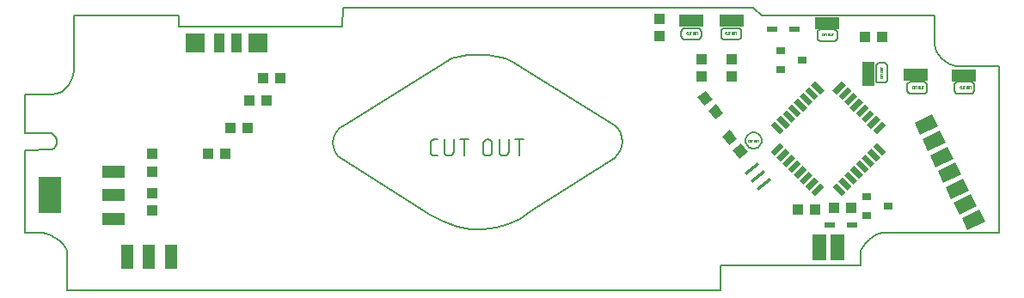
<source format=gtp>
G75*
%MOIN*%
%OFA0B0*%
%FSLAX25Y25*%
%IPPOS*%
%LPD*%
%AMOC8*
5,1,8,0,0,1.08239X$1,22.5*
%
%ADD10C,0.00600*%
%ADD11C,0.00500*%
%ADD12C,0.00800*%
%ADD13C,0.00000*%
%ADD14R,0.03937X0.04331*%
%ADD15R,0.04252X0.04134*%
%ADD16R,0.04331X0.03937*%
%ADD17R,0.08800X0.04800*%
%ADD18R,0.08661X0.14173*%
%ADD19R,0.03543X0.03150*%
%ADD20R,0.09500X0.04500*%
%ADD21R,0.05400X0.10000*%
%ADD22R,0.04500X0.09500*%
%ADD23R,0.05157X0.07598*%
%ADD24R,0.04134X0.07677*%
%ADD25R,0.07677X0.07677*%
%ADD26R,0.05000X0.02200*%
%ADD27R,0.02200X0.05000*%
%ADD28R,0.06299X0.01181*%
%ADD29R,0.03937X0.02362*%
D10*
X0017703Y0038877D02*
X0017703Y0053068D01*
X0017473Y0054223D01*
X0016826Y0055511D01*
X0015826Y0056843D01*
X0014540Y0058131D01*
X0013031Y0059287D01*
X0011367Y0060221D01*
X0009609Y0060847D01*
X0007826Y0061075D01*
X0001300Y0061075D01*
X0001300Y0093285D01*
X0011489Y0093363D01*
X0012380Y0093845D01*
X0013016Y0094600D01*
X0013395Y0095536D01*
X0013520Y0096561D01*
X0013391Y0097585D01*
X0013008Y0098513D01*
X0012374Y0099256D01*
X0011489Y0099720D01*
X0001300Y0099735D01*
X0001300Y0114803D02*
X0011489Y0114803D01*
X0013651Y0115090D01*
X0015486Y0115887D01*
X0017005Y0117096D01*
X0018220Y0118620D01*
X0019144Y0120362D01*
X0019789Y0122225D01*
X0020167Y0124111D01*
X0020291Y0125924D01*
X0020291Y0145461D01*
X0060762Y0145461D02*
X0060762Y0141013D01*
X0124178Y0141164D01*
X0124439Y0148568D01*
X0283611Y0148568D01*
X0286803Y0145461D01*
X0353849Y0145461D01*
X0353872Y0134183D01*
X0354104Y0132969D01*
X0354668Y0131631D01*
X0355516Y0130256D01*
X0356599Y0128933D01*
X0357869Y0127750D01*
X0359276Y0126796D01*
X0360773Y0126160D01*
X0362309Y0125929D01*
X0362585Y0125935D01*
X0378794Y0125924D01*
X0378794Y0061075D01*
X0333600Y0061075D01*
X0332610Y0060907D01*
X0331351Y0060421D01*
X0329946Y0059641D01*
X0328519Y0058595D01*
X0327194Y0057307D01*
X0326094Y0055804D01*
X0325344Y0054111D01*
X0325066Y0052254D01*
X0325066Y0048361D01*
X0270858Y0048361D01*
X0270858Y0038877D01*
X0017703Y0038877D01*
X0122690Y0090966D02*
X0124225Y0089783D01*
X0158265Y0068189D01*
X0163523Y0065449D01*
X0168754Y0063607D01*
X0173919Y0062628D01*
X0178974Y0062478D01*
X0183880Y0063119D01*
X0188596Y0064518D01*
X0193079Y0066639D01*
X0197289Y0069447D01*
X0229895Y0090159D01*
X0230978Y0091402D01*
X0231843Y0092915D01*
X0232442Y0094612D01*
X0232729Y0096404D01*
X0232659Y0098204D01*
X0232183Y0099923D01*
X0231257Y0101475D01*
X0229833Y0102771D01*
X0190100Y0127595D01*
X0187592Y0128804D01*
X0184372Y0129643D01*
X0180700Y0130126D01*
X0176836Y0130263D01*
X0173041Y0130067D01*
X0169574Y0129549D01*
X0166698Y0128721D01*
X0164671Y0127595D01*
X0125405Y0103236D01*
X0123317Y0101738D01*
X0121857Y0099993D01*
X0120989Y0098097D01*
X0120674Y0096150D01*
X0120878Y0094247D01*
X0121562Y0092486D01*
X0122690Y0090966D01*
X0158497Y0092431D02*
X0158497Y0095986D01*
X0158499Y0096060D01*
X0158505Y0096135D01*
X0158515Y0096208D01*
X0158528Y0096282D01*
X0158545Y0096354D01*
X0158567Y0096425D01*
X0158591Y0096496D01*
X0158620Y0096564D01*
X0158652Y0096632D01*
X0158688Y0096697D01*
X0158726Y0096760D01*
X0158769Y0096822D01*
X0158814Y0096881D01*
X0158862Y0096937D01*
X0158913Y0096992D01*
X0158967Y0097043D01*
X0159024Y0097091D01*
X0159083Y0097136D01*
X0159145Y0097179D01*
X0159208Y0097217D01*
X0159273Y0097253D01*
X0159341Y0097285D01*
X0159409Y0097314D01*
X0159480Y0097338D01*
X0159551Y0097360D01*
X0159623Y0097377D01*
X0159697Y0097390D01*
X0159770Y0097400D01*
X0159845Y0097406D01*
X0159919Y0097408D01*
X0161341Y0097408D01*
X0163846Y0097408D02*
X0163846Y0092786D01*
X0163848Y0092703D01*
X0163854Y0092620D01*
X0163864Y0092537D01*
X0163877Y0092454D01*
X0163895Y0092373D01*
X0163916Y0092292D01*
X0163941Y0092213D01*
X0163970Y0092135D01*
X0164002Y0092058D01*
X0164038Y0091983D01*
X0164077Y0091909D01*
X0164120Y0091838D01*
X0164166Y0091768D01*
X0164216Y0091701D01*
X0164268Y0091636D01*
X0164323Y0091574D01*
X0164382Y0091514D01*
X0164443Y0091457D01*
X0164506Y0091403D01*
X0164572Y0091352D01*
X0164641Y0091305D01*
X0164711Y0091260D01*
X0164784Y0091219D01*
X0164858Y0091182D01*
X0164934Y0091147D01*
X0165012Y0091117D01*
X0165090Y0091090D01*
X0165171Y0091067D01*
X0165252Y0091047D01*
X0165334Y0091032D01*
X0165416Y0091020D01*
X0165499Y0091012D01*
X0165582Y0091008D01*
X0165666Y0091008D01*
X0165749Y0091012D01*
X0165832Y0091020D01*
X0165914Y0091032D01*
X0165996Y0091047D01*
X0166077Y0091067D01*
X0166158Y0091090D01*
X0166236Y0091117D01*
X0166314Y0091147D01*
X0166390Y0091182D01*
X0166464Y0091219D01*
X0166537Y0091260D01*
X0166607Y0091305D01*
X0166676Y0091352D01*
X0166742Y0091403D01*
X0166805Y0091457D01*
X0166866Y0091514D01*
X0166925Y0091574D01*
X0166980Y0091636D01*
X0167032Y0091701D01*
X0167082Y0091768D01*
X0167128Y0091838D01*
X0167171Y0091909D01*
X0167210Y0091983D01*
X0167246Y0092058D01*
X0167278Y0092135D01*
X0167307Y0092213D01*
X0167332Y0092292D01*
X0167353Y0092373D01*
X0167371Y0092454D01*
X0167384Y0092537D01*
X0167394Y0092620D01*
X0167400Y0092703D01*
X0167402Y0092786D01*
X0167401Y0092786D02*
X0167401Y0097408D01*
X0169795Y0097408D02*
X0173350Y0097408D01*
X0171573Y0097408D02*
X0171573Y0091008D01*
X0178821Y0092786D02*
X0178821Y0095631D01*
X0178820Y0095631D02*
X0178822Y0095714D01*
X0178828Y0095797D01*
X0178838Y0095880D01*
X0178851Y0095963D01*
X0178869Y0096044D01*
X0178890Y0096125D01*
X0178915Y0096204D01*
X0178944Y0096282D01*
X0178976Y0096359D01*
X0179012Y0096434D01*
X0179051Y0096508D01*
X0179094Y0096579D01*
X0179140Y0096649D01*
X0179190Y0096716D01*
X0179242Y0096781D01*
X0179297Y0096843D01*
X0179356Y0096903D01*
X0179417Y0096960D01*
X0179480Y0097014D01*
X0179546Y0097065D01*
X0179615Y0097112D01*
X0179685Y0097157D01*
X0179758Y0097198D01*
X0179832Y0097235D01*
X0179908Y0097270D01*
X0179986Y0097300D01*
X0180064Y0097327D01*
X0180145Y0097350D01*
X0180226Y0097370D01*
X0180308Y0097385D01*
X0180390Y0097397D01*
X0180473Y0097405D01*
X0180556Y0097409D01*
X0180640Y0097409D01*
X0180723Y0097405D01*
X0180806Y0097397D01*
X0180888Y0097385D01*
X0180970Y0097370D01*
X0181051Y0097350D01*
X0181132Y0097327D01*
X0181210Y0097300D01*
X0181288Y0097270D01*
X0181364Y0097235D01*
X0181438Y0097198D01*
X0181511Y0097157D01*
X0181581Y0097112D01*
X0181650Y0097065D01*
X0181716Y0097014D01*
X0181779Y0096960D01*
X0181840Y0096903D01*
X0181899Y0096843D01*
X0181954Y0096781D01*
X0182006Y0096716D01*
X0182056Y0096649D01*
X0182102Y0096579D01*
X0182145Y0096508D01*
X0182184Y0096434D01*
X0182220Y0096359D01*
X0182252Y0096282D01*
X0182281Y0096204D01*
X0182306Y0096125D01*
X0182327Y0096044D01*
X0182345Y0095963D01*
X0182358Y0095880D01*
X0182368Y0095797D01*
X0182374Y0095714D01*
X0182376Y0095631D01*
X0182376Y0092786D01*
X0182374Y0092703D01*
X0182368Y0092620D01*
X0182358Y0092537D01*
X0182345Y0092454D01*
X0182327Y0092373D01*
X0182306Y0092292D01*
X0182281Y0092213D01*
X0182252Y0092135D01*
X0182220Y0092058D01*
X0182184Y0091983D01*
X0182145Y0091909D01*
X0182102Y0091838D01*
X0182056Y0091768D01*
X0182006Y0091701D01*
X0181954Y0091636D01*
X0181899Y0091574D01*
X0181840Y0091514D01*
X0181779Y0091457D01*
X0181716Y0091403D01*
X0181650Y0091352D01*
X0181581Y0091305D01*
X0181511Y0091260D01*
X0181438Y0091219D01*
X0181364Y0091182D01*
X0181288Y0091147D01*
X0181210Y0091117D01*
X0181132Y0091090D01*
X0181051Y0091067D01*
X0180970Y0091047D01*
X0180888Y0091032D01*
X0180806Y0091020D01*
X0180723Y0091012D01*
X0180640Y0091008D01*
X0180556Y0091008D01*
X0180473Y0091012D01*
X0180390Y0091020D01*
X0180308Y0091032D01*
X0180226Y0091047D01*
X0180145Y0091067D01*
X0180064Y0091090D01*
X0179986Y0091117D01*
X0179908Y0091147D01*
X0179832Y0091182D01*
X0179758Y0091219D01*
X0179685Y0091260D01*
X0179615Y0091305D01*
X0179546Y0091352D01*
X0179480Y0091403D01*
X0179417Y0091457D01*
X0179356Y0091514D01*
X0179297Y0091574D01*
X0179242Y0091636D01*
X0179190Y0091701D01*
X0179140Y0091768D01*
X0179094Y0091838D01*
X0179051Y0091909D01*
X0179012Y0091983D01*
X0178976Y0092058D01*
X0178944Y0092135D01*
X0178915Y0092213D01*
X0178890Y0092292D01*
X0178869Y0092373D01*
X0178851Y0092454D01*
X0178838Y0092537D01*
X0178828Y0092620D01*
X0178822Y0092703D01*
X0178820Y0092786D01*
X0185180Y0092786D02*
X0185180Y0097408D01*
X0188735Y0097408D02*
X0188735Y0092786D01*
X0188736Y0092786D02*
X0188734Y0092703D01*
X0188728Y0092620D01*
X0188718Y0092537D01*
X0188705Y0092454D01*
X0188687Y0092373D01*
X0188666Y0092292D01*
X0188641Y0092213D01*
X0188612Y0092135D01*
X0188580Y0092058D01*
X0188544Y0091983D01*
X0188505Y0091909D01*
X0188462Y0091838D01*
X0188416Y0091768D01*
X0188366Y0091701D01*
X0188314Y0091636D01*
X0188259Y0091574D01*
X0188200Y0091514D01*
X0188139Y0091457D01*
X0188076Y0091403D01*
X0188010Y0091352D01*
X0187941Y0091305D01*
X0187871Y0091260D01*
X0187798Y0091219D01*
X0187724Y0091182D01*
X0187648Y0091147D01*
X0187570Y0091117D01*
X0187492Y0091090D01*
X0187411Y0091067D01*
X0187330Y0091047D01*
X0187248Y0091032D01*
X0187166Y0091020D01*
X0187083Y0091012D01*
X0187000Y0091008D01*
X0186916Y0091008D01*
X0186833Y0091012D01*
X0186750Y0091020D01*
X0186668Y0091032D01*
X0186586Y0091047D01*
X0186505Y0091067D01*
X0186424Y0091090D01*
X0186346Y0091117D01*
X0186268Y0091147D01*
X0186192Y0091182D01*
X0186118Y0091219D01*
X0186045Y0091260D01*
X0185975Y0091305D01*
X0185906Y0091352D01*
X0185840Y0091403D01*
X0185777Y0091457D01*
X0185716Y0091514D01*
X0185657Y0091574D01*
X0185602Y0091636D01*
X0185550Y0091701D01*
X0185500Y0091768D01*
X0185454Y0091838D01*
X0185411Y0091909D01*
X0185372Y0091983D01*
X0185336Y0092058D01*
X0185304Y0092135D01*
X0185275Y0092213D01*
X0185250Y0092292D01*
X0185229Y0092373D01*
X0185211Y0092454D01*
X0185198Y0092537D01*
X0185188Y0092620D01*
X0185182Y0092703D01*
X0185180Y0092786D01*
X0191129Y0097408D02*
X0194684Y0097408D01*
X0192907Y0097408D02*
X0192907Y0091008D01*
X0161341Y0091008D02*
X0159919Y0091008D01*
X0159919Y0091009D02*
X0159845Y0091011D01*
X0159770Y0091017D01*
X0159697Y0091027D01*
X0159623Y0091040D01*
X0159551Y0091057D01*
X0159480Y0091079D01*
X0159409Y0091103D01*
X0159341Y0091132D01*
X0159273Y0091164D01*
X0159208Y0091200D01*
X0159145Y0091238D01*
X0159083Y0091281D01*
X0159024Y0091326D01*
X0158967Y0091374D01*
X0158913Y0091425D01*
X0158862Y0091479D01*
X0158814Y0091536D01*
X0158769Y0091595D01*
X0158726Y0091657D01*
X0158688Y0091720D01*
X0158652Y0091785D01*
X0158620Y0091853D01*
X0158591Y0091921D01*
X0158567Y0091992D01*
X0158545Y0092063D01*
X0158528Y0092135D01*
X0158515Y0092209D01*
X0158505Y0092282D01*
X0158499Y0092357D01*
X0158497Y0092431D01*
X0255811Y0136897D02*
X0255734Y0137142D01*
X0255707Y0137405D01*
X0255707Y0139289D01*
X0255734Y0139552D01*
X0255811Y0139797D01*
X0255931Y0140020D01*
X0256092Y0140213D01*
X0256285Y0140374D01*
X0256508Y0140495D01*
X0256753Y0140571D01*
X0257016Y0140598D01*
X0262092Y0140598D01*
X0262355Y0140571D01*
X0262600Y0140495D01*
X0262822Y0140374D01*
X0263016Y0140213D01*
X0263176Y0140020D01*
X0263297Y0139797D01*
X0263374Y0139552D01*
X0263400Y0139289D01*
X0263400Y0137405D01*
X0263374Y0137142D01*
X0263297Y0136897D01*
X0263176Y0136675D01*
X0263016Y0136481D01*
X0262822Y0136321D01*
X0262600Y0136200D01*
X0262355Y0136123D01*
X0262092Y0136097D01*
X0257016Y0136097D01*
X0256753Y0136123D01*
X0256508Y0136200D01*
X0256285Y0136321D01*
X0256092Y0136481D01*
X0255931Y0136675D01*
X0255811Y0136897D01*
X0271135Y0137405D02*
X0271135Y0139289D01*
X0271162Y0139552D01*
X0271239Y0139797D01*
X0271359Y0140020D01*
X0271520Y0140213D01*
X0271713Y0140374D01*
X0271935Y0140495D01*
X0272181Y0140571D01*
X0272443Y0140598D01*
X0277520Y0140598D01*
X0277783Y0140571D01*
X0278028Y0140495D01*
X0278250Y0140374D01*
X0278444Y0140213D01*
X0278604Y0140020D01*
X0278725Y0139797D01*
X0278802Y0139552D01*
X0278828Y0139289D01*
X0278828Y0137405D01*
X0278802Y0137142D01*
X0278725Y0136897D01*
X0278604Y0136675D01*
X0278444Y0136481D01*
X0278250Y0136321D01*
X0278028Y0136200D01*
X0277783Y0136123D01*
X0277520Y0136097D01*
X0272443Y0136097D01*
X0272181Y0136123D01*
X0271935Y0136200D01*
X0271713Y0136321D01*
X0271520Y0136481D01*
X0271359Y0136675D01*
X0271239Y0136897D01*
X0271162Y0137142D01*
X0271135Y0137405D01*
X0308483Y0136890D02*
X0308483Y0138774D01*
X0308510Y0139037D01*
X0308587Y0139282D01*
X0308707Y0139504D01*
X0308868Y0139698D01*
X0309061Y0139858D01*
X0309283Y0139979D01*
X0309529Y0140056D01*
X0309791Y0140082D01*
X0314868Y0140082D01*
X0315131Y0140056D01*
X0315376Y0139979D01*
X0315598Y0139858D01*
X0315792Y0139698D01*
X0315952Y0139504D01*
X0316073Y0139282D01*
X0316150Y0139037D01*
X0316176Y0138774D01*
X0316176Y0136890D01*
X0316150Y0136627D01*
X0316073Y0136382D01*
X0315952Y0136160D01*
X0315792Y0135966D01*
X0315598Y0135806D01*
X0315376Y0135685D01*
X0315131Y0135608D01*
X0314868Y0135582D01*
X0309791Y0135582D01*
X0309529Y0135608D01*
X0309283Y0135685D01*
X0309061Y0135806D01*
X0308868Y0135966D01*
X0308707Y0136160D01*
X0308587Y0136382D01*
X0308510Y0136627D01*
X0308483Y0136890D01*
X0331167Y0126223D02*
X0331288Y0126445D01*
X0331448Y0126639D01*
X0331642Y0126799D01*
X0331865Y0126920D01*
X0332109Y0126996D01*
X0332372Y0127023D01*
X0334256Y0127023D01*
X0334519Y0126996D01*
X0334765Y0126920D01*
X0334987Y0126799D01*
X0335181Y0126639D01*
X0335341Y0126445D01*
X0335462Y0126223D01*
X0335538Y0125978D01*
X0335565Y0125715D01*
X0335565Y0120638D01*
X0335538Y0120375D01*
X0335462Y0120130D01*
X0335341Y0119908D01*
X0335181Y0119714D01*
X0334987Y0119554D01*
X0334765Y0119433D01*
X0334519Y0119357D01*
X0334256Y0119330D01*
X0332372Y0119330D01*
X0332109Y0119357D01*
X0331865Y0119433D01*
X0331642Y0119554D01*
X0331448Y0119714D01*
X0331288Y0119908D01*
X0331167Y0120130D01*
X0331091Y0120375D01*
X0331064Y0120638D01*
X0331064Y0125715D01*
X0331091Y0125978D01*
X0331167Y0126223D01*
X0343477Y0119106D02*
X0343637Y0119300D01*
X0343831Y0119460D01*
X0344053Y0119581D01*
X0344298Y0119658D01*
X0344561Y0119684D01*
X0349637Y0119684D01*
X0349900Y0119658D01*
X0350145Y0119581D01*
X0350368Y0119460D01*
X0350561Y0119300D01*
X0350722Y0119106D01*
X0350843Y0118884D01*
X0350919Y0118639D01*
X0350946Y0118376D01*
X0350946Y0116492D01*
X0350919Y0116229D01*
X0350843Y0115984D01*
X0350722Y0115761D01*
X0350561Y0115567D01*
X0350368Y0115407D01*
X0350145Y0115286D01*
X0349900Y0115210D01*
X0349637Y0115183D01*
X0344561Y0115183D01*
X0344298Y0115210D01*
X0344053Y0115286D01*
X0343831Y0115407D01*
X0343637Y0115567D01*
X0343477Y0115761D01*
X0343356Y0115984D01*
X0343280Y0116229D01*
X0343253Y0116492D01*
X0343253Y0118376D01*
X0343280Y0118639D01*
X0343356Y0118884D01*
X0343477Y0119106D01*
X0361576Y0118376D02*
X0361576Y0116492D01*
X0361603Y0116229D01*
X0361680Y0115984D01*
X0361800Y0115761D01*
X0361961Y0115567D01*
X0362154Y0115407D01*
X0362377Y0115286D01*
X0362622Y0115210D01*
X0362885Y0115183D01*
X0367961Y0115183D01*
X0368224Y0115210D01*
X0368469Y0115286D01*
X0368691Y0115407D01*
X0368885Y0115567D01*
X0369045Y0115761D01*
X0369166Y0115984D01*
X0369243Y0116229D01*
X0369269Y0116492D01*
X0369269Y0118376D01*
X0369243Y0118639D01*
X0369166Y0118884D01*
X0369045Y0119106D01*
X0368885Y0119300D01*
X0368691Y0119460D01*
X0368469Y0119581D01*
X0368224Y0119658D01*
X0367961Y0119684D01*
X0362885Y0119684D01*
X0362622Y0119658D01*
X0362377Y0119581D01*
X0362154Y0119460D01*
X0361961Y0119300D01*
X0361800Y0119106D01*
X0361680Y0118884D01*
X0361603Y0118639D01*
X0361576Y0118376D01*
X0286760Y0097559D02*
X0286824Y0096924D01*
X0286764Y0097539D01*
X0286585Y0098129D01*
X0286294Y0098674D01*
X0285902Y0099151D01*
X0285425Y0099543D01*
X0284880Y0099834D01*
X0284289Y0100013D01*
X0283675Y0100074D01*
X0283060Y0100013D01*
X0282469Y0099834D01*
X0281925Y0099543D01*
X0281448Y0099151D01*
X0281056Y0098674D01*
X0280765Y0098129D01*
X0280586Y0097539D01*
X0280525Y0096924D01*
X0280586Y0096310D01*
X0280765Y0095719D01*
X0281056Y0095174D01*
X0281448Y0094697D01*
X0281925Y0094305D01*
X0282469Y0094014D01*
X0283060Y0093835D01*
X0283675Y0093774D01*
X0284289Y0093835D01*
X0284880Y0094014D01*
X0285425Y0094305D01*
X0285902Y0094697D01*
X0286294Y0095174D01*
X0286585Y0095719D01*
X0286764Y0096310D01*
X0286824Y0096924D01*
X0286760Y0096289D01*
X0286577Y0095698D01*
X0286287Y0095163D01*
X0285902Y0094697D01*
X0285436Y0094312D01*
X0284901Y0094022D01*
X0284309Y0093839D01*
X0283675Y0093774D01*
X0283040Y0093839D01*
X0282449Y0094022D01*
X0281914Y0094312D01*
X0281448Y0094697D01*
X0281063Y0095163D01*
X0280773Y0095698D01*
X0280589Y0096289D01*
X0280525Y0096924D01*
X0280589Y0097559D01*
X0280773Y0098150D01*
X0281063Y0098685D01*
X0281448Y0099151D01*
X0281914Y0099536D01*
X0282449Y0099826D01*
X0283040Y0100010D01*
X0283675Y0100074D01*
X0284309Y0100010D01*
X0284901Y0099826D01*
X0285436Y0099536D01*
X0285902Y0099151D01*
X0286287Y0098685D01*
X0286577Y0098150D01*
X0286760Y0097559D01*
D11*
X0001300Y0099735D02*
X0001300Y0114803D01*
D12*
X0020291Y0145461D02*
X0060762Y0145461D01*
D13*
X0257697Y0138831D02*
X0257697Y0138386D01*
X0257699Y0138361D01*
X0257704Y0138336D01*
X0257713Y0138312D01*
X0257725Y0138290D01*
X0257740Y0138269D01*
X0257758Y0138251D01*
X0257779Y0138236D01*
X0257801Y0138224D01*
X0257825Y0138215D01*
X0257850Y0138210D01*
X0257875Y0138208D01*
X0258052Y0138208D01*
X0258322Y0138431D02*
X0258322Y0139008D01*
X0258052Y0139008D02*
X0257875Y0139008D01*
X0257875Y0139009D02*
X0257850Y0139007D01*
X0257825Y0139002D01*
X0257801Y0138993D01*
X0257779Y0138981D01*
X0257758Y0138966D01*
X0257740Y0138948D01*
X0257725Y0138927D01*
X0257713Y0138905D01*
X0257704Y0138881D01*
X0257699Y0138856D01*
X0257697Y0138831D01*
X0258322Y0138431D02*
X0258324Y0138402D01*
X0258330Y0138374D01*
X0258339Y0138346D01*
X0258352Y0138320D01*
X0258368Y0138296D01*
X0258387Y0138274D01*
X0258409Y0138255D01*
X0258433Y0138239D01*
X0258459Y0138226D01*
X0258487Y0138217D01*
X0258515Y0138211D01*
X0258544Y0138209D01*
X0258573Y0138211D01*
X0258601Y0138217D01*
X0258629Y0138226D01*
X0258655Y0138239D01*
X0258679Y0138255D01*
X0258701Y0138274D01*
X0258720Y0138296D01*
X0258736Y0138320D01*
X0258749Y0138346D01*
X0258758Y0138374D01*
X0258764Y0138402D01*
X0258766Y0138431D01*
X0258766Y0139008D01*
X0259018Y0139008D02*
X0259462Y0139008D01*
X0259240Y0139008D02*
X0259240Y0138208D01*
X0260074Y0138431D02*
X0260074Y0138786D01*
X0260076Y0138815D01*
X0260082Y0138843D01*
X0260091Y0138871D01*
X0260104Y0138897D01*
X0260120Y0138921D01*
X0260139Y0138943D01*
X0260161Y0138962D01*
X0260185Y0138978D01*
X0260211Y0138991D01*
X0260239Y0139000D01*
X0260267Y0139006D01*
X0260296Y0139008D01*
X0260325Y0139006D01*
X0260353Y0139000D01*
X0260381Y0138991D01*
X0260407Y0138978D01*
X0260431Y0138962D01*
X0260453Y0138943D01*
X0260472Y0138921D01*
X0260488Y0138897D01*
X0260501Y0138871D01*
X0260510Y0138843D01*
X0260516Y0138815D01*
X0260518Y0138786D01*
X0260518Y0138431D01*
X0260516Y0138402D01*
X0260510Y0138374D01*
X0260501Y0138346D01*
X0260488Y0138320D01*
X0260472Y0138296D01*
X0260453Y0138274D01*
X0260431Y0138255D01*
X0260407Y0138239D01*
X0260381Y0138226D01*
X0260353Y0138217D01*
X0260325Y0138211D01*
X0260296Y0138209D01*
X0260267Y0138211D01*
X0260239Y0138217D01*
X0260211Y0138226D01*
X0260185Y0138239D01*
X0260161Y0138255D01*
X0260139Y0138274D01*
X0260120Y0138296D01*
X0260104Y0138320D01*
X0260091Y0138346D01*
X0260082Y0138374D01*
X0260076Y0138402D01*
X0260074Y0138431D01*
X0260818Y0138431D02*
X0260818Y0139008D01*
X0261262Y0139008D02*
X0261262Y0138431D01*
X0261260Y0138402D01*
X0261254Y0138374D01*
X0261245Y0138346D01*
X0261232Y0138320D01*
X0261216Y0138296D01*
X0261197Y0138274D01*
X0261175Y0138255D01*
X0261151Y0138239D01*
X0261125Y0138226D01*
X0261097Y0138217D01*
X0261069Y0138211D01*
X0261040Y0138209D01*
X0261011Y0138211D01*
X0260983Y0138217D01*
X0260955Y0138226D01*
X0260929Y0138239D01*
X0260905Y0138255D01*
X0260883Y0138274D01*
X0260864Y0138296D01*
X0260848Y0138320D01*
X0260835Y0138346D01*
X0260826Y0138374D01*
X0260820Y0138402D01*
X0260818Y0138431D01*
X0261514Y0139008D02*
X0261958Y0139008D01*
X0261736Y0139008D02*
X0261736Y0138208D01*
X0272697Y0138386D02*
X0272697Y0138831D01*
X0272699Y0138856D01*
X0272704Y0138881D01*
X0272713Y0138905D01*
X0272725Y0138927D01*
X0272740Y0138948D01*
X0272758Y0138966D01*
X0272779Y0138981D01*
X0272801Y0138993D01*
X0272825Y0139002D01*
X0272850Y0139007D01*
X0272875Y0139009D01*
X0272875Y0139008D02*
X0273052Y0139008D01*
X0273322Y0139008D02*
X0273322Y0138431D01*
X0273324Y0138402D01*
X0273330Y0138374D01*
X0273339Y0138346D01*
X0273352Y0138320D01*
X0273368Y0138296D01*
X0273387Y0138274D01*
X0273409Y0138255D01*
X0273433Y0138239D01*
X0273459Y0138226D01*
X0273487Y0138217D01*
X0273515Y0138211D01*
X0273544Y0138209D01*
X0273573Y0138211D01*
X0273601Y0138217D01*
X0273629Y0138226D01*
X0273655Y0138239D01*
X0273679Y0138255D01*
X0273701Y0138274D01*
X0273720Y0138296D01*
X0273736Y0138320D01*
X0273749Y0138346D01*
X0273758Y0138374D01*
X0273764Y0138402D01*
X0273766Y0138431D01*
X0273766Y0139008D01*
X0274018Y0139008D02*
X0274462Y0139008D01*
X0274240Y0139008D02*
X0274240Y0138208D01*
X0275074Y0138431D02*
X0275074Y0138786D01*
X0275076Y0138815D01*
X0275082Y0138843D01*
X0275091Y0138871D01*
X0275104Y0138897D01*
X0275120Y0138921D01*
X0275139Y0138943D01*
X0275161Y0138962D01*
X0275185Y0138978D01*
X0275211Y0138991D01*
X0275239Y0139000D01*
X0275267Y0139006D01*
X0275296Y0139008D01*
X0275325Y0139006D01*
X0275353Y0139000D01*
X0275381Y0138991D01*
X0275407Y0138978D01*
X0275431Y0138962D01*
X0275453Y0138943D01*
X0275472Y0138921D01*
X0275488Y0138897D01*
X0275501Y0138871D01*
X0275510Y0138843D01*
X0275516Y0138815D01*
X0275518Y0138786D01*
X0275518Y0138431D01*
X0275516Y0138402D01*
X0275510Y0138374D01*
X0275501Y0138346D01*
X0275488Y0138320D01*
X0275472Y0138296D01*
X0275453Y0138274D01*
X0275431Y0138255D01*
X0275407Y0138239D01*
X0275381Y0138226D01*
X0275353Y0138217D01*
X0275325Y0138211D01*
X0275296Y0138209D01*
X0275267Y0138211D01*
X0275239Y0138217D01*
X0275211Y0138226D01*
X0275185Y0138239D01*
X0275161Y0138255D01*
X0275139Y0138274D01*
X0275120Y0138296D01*
X0275104Y0138320D01*
X0275091Y0138346D01*
X0275082Y0138374D01*
X0275076Y0138402D01*
X0275074Y0138431D01*
X0275818Y0138431D02*
X0275818Y0139008D01*
X0276262Y0139008D02*
X0276262Y0138431D01*
X0276260Y0138402D01*
X0276254Y0138374D01*
X0276245Y0138346D01*
X0276232Y0138320D01*
X0276216Y0138296D01*
X0276197Y0138274D01*
X0276175Y0138255D01*
X0276151Y0138239D01*
X0276125Y0138226D01*
X0276097Y0138217D01*
X0276069Y0138211D01*
X0276040Y0138209D01*
X0276011Y0138211D01*
X0275983Y0138217D01*
X0275955Y0138226D01*
X0275929Y0138239D01*
X0275905Y0138255D01*
X0275883Y0138274D01*
X0275864Y0138296D01*
X0275848Y0138320D01*
X0275835Y0138346D01*
X0275826Y0138374D01*
X0275820Y0138402D01*
X0275818Y0138431D01*
X0276514Y0139008D02*
X0276958Y0139008D01*
X0276736Y0139008D02*
X0276736Y0138208D01*
X0273052Y0138208D02*
X0272875Y0138208D01*
X0272850Y0138210D01*
X0272825Y0138215D01*
X0272801Y0138224D01*
X0272779Y0138236D01*
X0272758Y0138251D01*
X0272740Y0138269D01*
X0272725Y0138290D01*
X0272713Y0138312D01*
X0272704Y0138336D01*
X0272699Y0138361D01*
X0272697Y0138386D01*
X0310197Y0138331D02*
X0310197Y0137886D01*
X0310199Y0137861D01*
X0310204Y0137836D01*
X0310213Y0137812D01*
X0310225Y0137790D01*
X0310240Y0137769D01*
X0310258Y0137751D01*
X0310279Y0137736D01*
X0310301Y0137724D01*
X0310325Y0137715D01*
X0310350Y0137710D01*
X0310375Y0137708D01*
X0310552Y0137708D01*
X0310822Y0137931D02*
X0310822Y0138508D01*
X0310552Y0138508D02*
X0310375Y0138508D01*
X0310375Y0138509D02*
X0310350Y0138507D01*
X0310325Y0138502D01*
X0310301Y0138493D01*
X0310279Y0138481D01*
X0310258Y0138466D01*
X0310240Y0138448D01*
X0310225Y0138427D01*
X0310213Y0138405D01*
X0310204Y0138381D01*
X0310199Y0138356D01*
X0310197Y0138331D01*
X0310822Y0137931D02*
X0310824Y0137902D01*
X0310830Y0137874D01*
X0310839Y0137846D01*
X0310852Y0137820D01*
X0310868Y0137796D01*
X0310887Y0137774D01*
X0310909Y0137755D01*
X0310933Y0137739D01*
X0310959Y0137726D01*
X0310987Y0137717D01*
X0311015Y0137711D01*
X0311044Y0137709D01*
X0311073Y0137711D01*
X0311101Y0137717D01*
X0311129Y0137726D01*
X0311155Y0137739D01*
X0311179Y0137755D01*
X0311201Y0137774D01*
X0311220Y0137796D01*
X0311236Y0137820D01*
X0311249Y0137846D01*
X0311258Y0137874D01*
X0311264Y0137902D01*
X0311266Y0137931D01*
X0311266Y0138508D01*
X0311518Y0138508D02*
X0311962Y0138508D01*
X0311740Y0138508D02*
X0311740Y0137708D01*
X0312574Y0137931D02*
X0312574Y0138286D01*
X0312576Y0138315D01*
X0312582Y0138343D01*
X0312591Y0138371D01*
X0312604Y0138397D01*
X0312620Y0138421D01*
X0312639Y0138443D01*
X0312661Y0138462D01*
X0312685Y0138478D01*
X0312711Y0138491D01*
X0312739Y0138500D01*
X0312767Y0138506D01*
X0312796Y0138508D01*
X0312825Y0138506D01*
X0312853Y0138500D01*
X0312881Y0138491D01*
X0312907Y0138478D01*
X0312931Y0138462D01*
X0312953Y0138443D01*
X0312972Y0138421D01*
X0312988Y0138397D01*
X0313001Y0138371D01*
X0313010Y0138343D01*
X0313016Y0138315D01*
X0313018Y0138286D01*
X0313018Y0137931D01*
X0313016Y0137902D01*
X0313010Y0137874D01*
X0313001Y0137846D01*
X0312988Y0137820D01*
X0312972Y0137796D01*
X0312953Y0137774D01*
X0312931Y0137755D01*
X0312907Y0137739D01*
X0312881Y0137726D01*
X0312853Y0137717D01*
X0312825Y0137711D01*
X0312796Y0137709D01*
X0312767Y0137711D01*
X0312739Y0137717D01*
X0312711Y0137726D01*
X0312685Y0137739D01*
X0312661Y0137755D01*
X0312639Y0137774D01*
X0312620Y0137796D01*
X0312604Y0137820D01*
X0312591Y0137846D01*
X0312582Y0137874D01*
X0312576Y0137902D01*
X0312574Y0137931D01*
X0313318Y0137931D02*
X0313318Y0138508D01*
X0313762Y0138508D02*
X0313762Y0137931D01*
X0313760Y0137902D01*
X0313754Y0137874D01*
X0313745Y0137846D01*
X0313732Y0137820D01*
X0313716Y0137796D01*
X0313697Y0137774D01*
X0313675Y0137755D01*
X0313651Y0137739D01*
X0313625Y0137726D01*
X0313597Y0137717D01*
X0313569Y0137711D01*
X0313540Y0137709D01*
X0313511Y0137711D01*
X0313483Y0137717D01*
X0313455Y0137726D01*
X0313429Y0137739D01*
X0313405Y0137755D01*
X0313383Y0137774D01*
X0313364Y0137796D01*
X0313348Y0137820D01*
X0313335Y0137846D01*
X0313326Y0137874D01*
X0313320Y0137902D01*
X0313318Y0137931D01*
X0314014Y0138508D02*
X0314458Y0138508D01*
X0314236Y0138508D02*
X0314236Y0137708D01*
X0332897Y0125470D02*
X0332897Y0125025D01*
X0332897Y0125248D02*
X0333697Y0125248D01*
X0333475Y0124774D02*
X0332897Y0124774D01*
X0332897Y0124329D02*
X0333475Y0124329D01*
X0333475Y0124330D02*
X0333504Y0124332D01*
X0333532Y0124338D01*
X0333560Y0124347D01*
X0333586Y0124360D01*
X0333610Y0124376D01*
X0333632Y0124395D01*
X0333651Y0124417D01*
X0333667Y0124441D01*
X0333680Y0124467D01*
X0333689Y0124495D01*
X0333695Y0124523D01*
X0333697Y0124552D01*
X0333695Y0124581D01*
X0333689Y0124609D01*
X0333680Y0124637D01*
X0333667Y0124663D01*
X0333651Y0124687D01*
X0333632Y0124709D01*
X0333610Y0124728D01*
X0333586Y0124744D01*
X0333560Y0124757D01*
X0333532Y0124766D01*
X0333504Y0124772D01*
X0333475Y0124774D01*
X0333475Y0124030D02*
X0333119Y0124030D01*
X0333090Y0124028D01*
X0333062Y0124022D01*
X0333034Y0124013D01*
X0333008Y0124000D01*
X0332984Y0123984D01*
X0332962Y0123965D01*
X0332943Y0123943D01*
X0332927Y0123919D01*
X0332914Y0123893D01*
X0332905Y0123865D01*
X0332899Y0123837D01*
X0332897Y0123808D01*
X0332899Y0123779D01*
X0332905Y0123751D01*
X0332914Y0123723D01*
X0332927Y0123697D01*
X0332943Y0123673D01*
X0332962Y0123651D01*
X0332984Y0123632D01*
X0333008Y0123616D01*
X0333034Y0123603D01*
X0333062Y0123594D01*
X0333090Y0123588D01*
X0333119Y0123586D01*
X0333119Y0123585D02*
X0333475Y0123585D01*
X0333475Y0123586D02*
X0333504Y0123588D01*
X0333532Y0123594D01*
X0333560Y0123603D01*
X0333586Y0123616D01*
X0333610Y0123632D01*
X0333632Y0123651D01*
X0333651Y0123673D01*
X0333667Y0123697D01*
X0333680Y0123723D01*
X0333689Y0123751D01*
X0333695Y0123779D01*
X0333697Y0123808D01*
X0333695Y0123837D01*
X0333689Y0123865D01*
X0333680Y0123893D01*
X0333667Y0123919D01*
X0333651Y0123943D01*
X0333632Y0123965D01*
X0333610Y0123984D01*
X0333586Y0124000D01*
X0333560Y0124013D01*
X0333532Y0124022D01*
X0333504Y0124028D01*
X0333475Y0124030D01*
X0332897Y0122974D02*
X0332897Y0122529D01*
X0332897Y0122752D02*
X0333697Y0122752D01*
X0333475Y0122278D02*
X0332897Y0122278D01*
X0332897Y0121833D02*
X0333475Y0121833D01*
X0333475Y0121834D02*
X0333504Y0121836D01*
X0333532Y0121842D01*
X0333560Y0121851D01*
X0333586Y0121864D01*
X0333610Y0121880D01*
X0333632Y0121899D01*
X0333651Y0121921D01*
X0333667Y0121945D01*
X0333680Y0121971D01*
X0333689Y0121999D01*
X0333695Y0122027D01*
X0333697Y0122056D01*
X0333695Y0122085D01*
X0333689Y0122113D01*
X0333680Y0122141D01*
X0333667Y0122167D01*
X0333651Y0122191D01*
X0333632Y0122213D01*
X0333610Y0122232D01*
X0333586Y0122248D01*
X0333560Y0122261D01*
X0333532Y0122270D01*
X0333504Y0122276D01*
X0333475Y0122278D01*
X0333697Y0121564D02*
X0333697Y0121386D01*
X0333695Y0121361D01*
X0333690Y0121336D01*
X0333681Y0121312D01*
X0333669Y0121290D01*
X0333654Y0121269D01*
X0333636Y0121251D01*
X0333615Y0121236D01*
X0333593Y0121224D01*
X0333569Y0121215D01*
X0333544Y0121210D01*
X0333519Y0121208D01*
X0333075Y0121208D01*
X0333050Y0121210D01*
X0333025Y0121215D01*
X0333001Y0121224D01*
X0332979Y0121236D01*
X0332958Y0121251D01*
X0332940Y0121269D01*
X0332925Y0121290D01*
X0332913Y0121312D01*
X0332904Y0121336D01*
X0332899Y0121361D01*
X0332897Y0121386D01*
X0332897Y0121564D01*
X0345197Y0117831D02*
X0345197Y0117386D01*
X0345199Y0117361D01*
X0345204Y0117336D01*
X0345213Y0117312D01*
X0345225Y0117290D01*
X0345240Y0117269D01*
X0345258Y0117251D01*
X0345279Y0117236D01*
X0345301Y0117224D01*
X0345325Y0117215D01*
X0345350Y0117210D01*
X0345375Y0117208D01*
X0345552Y0117208D01*
X0345822Y0117431D02*
X0345822Y0118008D01*
X0345552Y0118008D02*
X0345375Y0118008D01*
X0345375Y0118009D02*
X0345350Y0118007D01*
X0345325Y0118002D01*
X0345301Y0117993D01*
X0345279Y0117981D01*
X0345258Y0117966D01*
X0345240Y0117948D01*
X0345225Y0117927D01*
X0345213Y0117905D01*
X0345204Y0117881D01*
X0345199Y0117856D01*
X0345197Y0117831D01*
X0345822Y0117431D02*
X0345824Y0117402D01*
X0345830Y0117374D01*
X0345839Y0117346D01*
X0345852Y0117320D01*
X0345868Y0117296D01*
X0345887Y0117274D01*
X0345909Y0117255D01*
X0345933Y0117239D01*
X0345959Y0117226D01*
X0345987Y0117217D01*
X0346015Y0117211D01*
X0346044Y0117209D01*
X0346073Y0117211D01*
X0346101Y0117217D01*
X0346129Y0117226D01*
X0346155Y0117239D01*
X0346179Y0117255D01*
X0346201Y0117274D01*
X0346220Y0117296D01*
X0346236Y0117320D01*
X0346249Y0117346D01*
X0346258Y0117374D01*
X0346264Y0117402D01*
X0346266Y0117431D01*
X0346266Y0118008D01*
X0346518Y0118008D02*
X0346962Y0118008D01*
X0346740Y0118008D02*
X0346740Y0117208D01*
X0347574Y0117431D02*
X0347574Y0117786D01*
X0347576Y0117815D01*
X0347582Y0117843D01*
X0347591Y0117871D01*
X0347604Y0117897D01*
X0347620Y0117921D01*
X0347639Y0117943D01*
X0347661Y0117962D01*
X0347685Y0117978D01*
X0347711Y0117991D01*
X0347739Y0118000D01*
X0347767Y0118006D01*
X0347796Y0118008D01*
X0347825Y0118006D01*
X0347853Y0118000D01*
X0347881Y0117991D01*
X0347907Y0117978D01*
X0347931Y0117962D01*
X0347953Y0117943D01*
X0347972Y0117921D01*
X0347988Y0117897D01*
X0348001Y0117871D01*
X0348010Y0117843D01*
X0348016Y0117815D01*
X0348018Y0117786D01*
X0348018Y0117431D01*
X0348016Y0117402D01*
X0348010Y0117374D01*
X0348001Y0117346D01*
X0347988Y0117320D01*
X0347972Y0117296D01*
X0347953Y0117274D01*
X0347931Y0117255D01*
X0347907Y0117239D01*
X0347881Y0117226D01*
X0347853Y0117217D01*
X0347825Y0117211D01*
X0347796Y0117209D01*
X0347767Y0117211D01*
X0347739Y0117217D01*
X0347711Y0117226D01*
X0347685Y0117239D01*
X0347661Y0117255D01*
X0347639Y0117274D01*
X0347620Y0117296D01*
X0347604Y0117320D01*
X0347591Y0117346D01*
X0347582Y0117374D01*
X0347576Y0117402D01*
X0347574Y0117431D01*
X0348318Y0117431D02*
X0348318Y0118008D01*
X0348762Y0118008D02*
X0348762Y0117431D01*
X0348760Y0117402D01*
X0348754Y0117374D01*
X0348745Y0117346D01*
X0348732Y0117320D01*
X0348716Y0117296D01*
X0348697Y0117274D01*
X0348675Y0117255D01*
X0348651Y0117239D01*
X0348625Y0117226D01*
X0348597Y0117217D01*
X0348569Y0117211D01*
X0348540Y0117209D01*
X0348511Y0117211D01*
X0348483Y0117217D01*
X0348455Y0117226D01*
X0348429Y0117239D01*
X0348405Y0117255D01*
X0348383Y0117274D01*
X0348364Y0117296D01*
X0348348Y0117320D01*
X0348335Y0117346D01*
X0348326Y0117374D01*
X0348320Y0117402D01*
X0348318Y0117431D01*
X0349014Y0118008D02*
X0349458Y0118008D01*
X0349236Y0118008D02*
X0349236Y0117208D01*
X0363697Y0117386D02*
X0363697Y0117831D01*
X0363699Y0117856D01*
X0363704Y0117881D01*
X0363713Y0117905D01*
X0363725Y0117927D01*
X0363740Y0117948D01*
X0363758Y0117966D01*
X0363779Y0117981D01*
X0363801Y0117993D01*
X0363825Y0118002D01*
X0363850Y0118007D01*
X0363875Y0118009D01*
X0363875Y0118008D02*
X0364052Y0118008D01*
X0364322Y0118008D02*
X0364322Y0117431D01*
X0364324Y0117402D01*
X0364330Y0117374D01*
X0364339Y0117346D01*
X0364352Y0117320D01*
X0364368Y0117296D01*
X0364387Y0117274D01*
X0364409Y0117255D01*
X0364433Y0117239D01*
X0364459Y0117226D01*
X0364487Y0117217D01*
X0364515Y0117211D01*
X0364544Y0117209D01*
X0364573Y0117211D01*
X0364601Y0117217D01*
X0364629Y0117226D01*
X0364655Y0117239D01*
X0364679Y0117255D01*
X0364701Y0117274D01*
X0364720Y0117296D01*
X0364736Y0117320D01*
X0364749Y0117346D01*
X0364758Y0117374D01*
X0364764Y0117402D01*
X0364766Y0117431D01*
X0364766Y0118008D01*
X0365018Y0118008D02*
X0365462Y0118008D01*
X0365240Y0118008D02*
X0365240Y0117208D01*
X0366074Y0117431D02*
X0366074Y0117786D01*
X0366076Y0117815D01*
X0366082Y0117843D01*
X0366091Y0117871D01*
X0366104Y0117897D01*
X0366120Y0117921D01*
X0366139Y0117943D01*
X0366161Y0117962D01*
X0366185Y0117978D01*
X0366211Y0117991D01*
X0366239Y0118000D01*
X0366267Y0118006D01*
X0366296Y0118008D01*
X0366325Y0118006D01*
X0366353Y0118000D01*
X0366381Y0117991D01*
X0366407Y0117978D01*
X0366431Y0117962D01*
X0366453Y0117943D01*
X0366472Y0117921D01*
X0366488Y0117897D01*
X0366501Y0117871D01*
X0366510Y0117843D01*
X0366516Y0117815D01*
X0366518Y0117786D01*
X0366518Y0117431D01*
X0366516Y0117402D01*
X0366510Y0117374D01*
X0366501Y0117346D01*
X0366488Y0117320D01*
X0366472Y0117296D01*
X0366453Y0117274D01*
X0366431Y0117255D01*
X0366407Y0117239D01*
X0366381Y0117226D01*
X0366353Y0117217D01*
X0366325Y0117211D01*
X0366296Y0117209D01*
X0366267Y0117211D01*
X0366239Y0117217D01*
X0366211Y0117226D01*
X0366185Y0117239D01*
X0366161Y0117255D01*
X0366139Y0117274D01*
X0366120Y0117296D01*
X0366104Y0117320D01*
X0366091Y0117346D01*
X0366082Y0117374D01*
X0366076Y0117402D01*
X0366074Y0117431D01*
X0366818Y0117431D02*
X0366818Y0118008D01*
X0367262Y0118008D02*
X0367262Y0117431D01*
X0367260Y0117402D01*
X0367254Y0117374D01*
X0367245Y0117346D01*
X0367232Y0117320D01*
X0367216Y0117296D01*
X0367197Y0117274D01*
X0367175Y0117255D01*
X0367151Y0117239D01*
X0367125Y0117226D01*
X0367097Y0117217D01*
X0367069Y0117211D01*
X0367040Y0117209D01*
X0367011Y0117211D01*
X0366983Y0117217D01*
X0366955Y0117226D01*
X0366929Y0117239D01*
X0366905Y0117255D01*
X0366883Y0117274D01*
X0366864Y0117296D01*
X0366848Y0117320D01*
X0366835Y0117346D01*
X0366826Y0117374D01*
X0366820Y0117402D01*
X0366818Y0117431D01*
X0367514Y0118008D02*
X0367958Y0118008D01*
X0367736Y0118008D02*
X0367736Y0117208D01*
X0364052Y0117208D02*
X0363875Y0117208D01*
X0363850Y0117210D01*
X0363825Y0117215D01*
X0363801Y0117224D01*
X0363779Y0117236D01*
X0363758Y0117251D01*
X0363740Y0117269D01*
X0363725Y0117290D01*
X0363713Y0117312D01*
X0363704Y0117336D01*
X0363699Y0117361D01*
X0363697Y0117386D01*
X0285697Y0097208D02*
X0285252Y0097208D01*
X0285475Y0097208D02*
X0285475Y0096408D01*
X0285001Y0096631D02*
X0285001Y0097208D01*
X0284556Y0097208D02*
X0284556Y0096631D01*
X0284557Y0096631D02*
X0284559Y0096602D01*
X0284565Y0096574D01*
X0284574Y0096546D01*
X0284587Y0096520D01*
X0284603Y0096496D01*
X0284622Y0096474D01*
X0284644Y0096455D01*
X0284668Y0096439D01*
X0284694Y0096426D01*
X0284722Y0096417D01*
X0284750Y0096411D01*
X0284779Y0096409D01*
X0284808Y0096411D01*
X0284836Y0096417D01*
X0284864Y0096426D01*
X0284890Y0096439D01*
X0284914Y0096455D01*
X0284936Y0096474D01*
X0284955Y0096496D01*
X0284971Y0096520D01*
X0284984Y0096546D01*
X0284993Y0096574D01*
X0284999Y0096602D01*
X0285001Y0096631D01*
X0284257Y0096631D02*
X0284257Y0096986D01*
X0284255Y0097015D01*
X0284249Y0097043D01*
X0284240Y0097071D01*
X0284227Y0097097D01*
X0284211Y0097121D01*
X0284192Y0097143D01*
X0284170Y0097162D01*
X0284146Y0097178D01*
X0284120Y0097191D01*
X0284092Y0097200D01*
X0284064Y0097206D01*
X0284035Y0097208D01*
X0284006Y0097206D01*
X0283978Y0097200D01*
X0283950Y0097191D01*
X0283924Y0097178D01*
X0283900Y0097162D01*
X0283878Y0097143D01*
X0283859Y0097121D01*
X0283843Y0097097D01*
X0283830Y0097071D01*
X0283821Y0097043D01*
X0283815Y0097015D01*
X0283813Y0096986D01*
X0283812Y0096986D02*
X0283812Y0096631D01*
X0283813Y0096631D02*
X0283815Y0096602D01*
X0283821Y0096574D01*
X0283830Y0096546D01*
X0283843Y0096520D01*
X0283859Y0096496D01*
X0283878Y0096474D01*
X0283900Y0096455D01*
X0283924Y0096439D01*
X0283950Y0096426D01*
X0283978Y0096417D01*
X0284006Y0096411D01*
X0284035Y0096409D01*
X0284064Y0096411D01*
X0284092Y0096417D01*
X0284120Y0096426D01*
X0284146Y0096439D01*
X0284170Y0096455D01*
X0284192Y0096474D01*
X0284211Y0096496D01*
X0284227Y0096520D01*
X0284240Y0096546D01*
X0284249Y0096574D01*
X0284255Y0096602D01*
X0284257Y0096631D01*
X0283201Y0097208D02*
X0282756Y0097208D01*
X0282979Y0097208D02*
X0282979Y0096408D01*
X0282505Y0096631D02*
X0282505Y0097208D01*
X0282060Y0097208D02*
X0282060Y0096631D01*
X0282061Y0096631D02*
X0282063Y0096602D01*
X0282069Y0096574D01*
X0282078Y0096546D01*
X0282091Y0096520D01*
X0282107Y0096496D01*
X0282126Y0096474D01*
X0282148Y0096455D01*
X0282172Y0096439D01*
X0282198Y0096426D01*
X0282226Y0096417D01*
X0282254Y0096411D01*
X0282283Y0096409D01*
X0282312Y0096411D01*
X0282340Y0096417D01*
X0282368Y0096426D01*
X0282394Y0096439D01*
X0282418Y0096455D01*
X0282440Y0096474D01*
X0282459Y0096496D01*
X0282475Y0096520D01*
X0282488Y0096546D01*
X0282497Y0096574D01*
X0282503Y0096602D01*
X0282505Y0096631D01*
X0281791Y0096408D02*
X0281613Y0096408D01*
X0281588Y0096410D01*
X0281563Y0096415D01*
X0281539Y0096424D01*
X0281517Y0096436D01*
X0281496Y0096451D01*
X0281478Y0096469D01*
X0281463Y0096490D01*
X0281451Y0096512D01*
X0281442Y0096536D01*
X0281437Y0096561D01*
X0281435Y0096586D01*
X0281435Y0097031D01*
X0281437Y0097056D01*
X0281442Y0097081D01*
X0281451Y0097105D01*
X0281463Y0097127D01*
X0281478Y0097148D01*
X0281496Y0097166D01*
X0281517Y0097181D01*
X0281539Y0097193D01*
X0281563Y0097202D01*
X0281588Y0097207D01*
X0281613Y0097209D01*
X0281613Y0097208D02*
X0281791Y0097208D01*
D14*
X0300850Y0070208D03*
X0307543Y0070208D03*
X0314850Y0070708D03*
X0321543Y0070708D03*
X0326850Y0137208D03*
X0333543Y0137208D03*
X0100293Y0121208D03*
X0093600Y0121208D03*
X0094793Y0112458D03*
X0088100Y0112458D03*
X0087543Y0101958D03*
X0080850Y0101958D03*
X0079043Y0091708D03*
X0072350Y0091708D03*
X0050697Y0076555D03*
X0050697Y0069862D03*
D15*
X0050697Y0084763D03*
X0050697Y0091653D03*
D16*
X0247197Y0137362D03*
X0247197Y0144055D03*
X0263447Y0128555D03*
X0275197Y0128555D03*
X0275197Y0121862D03*
X0263447Y0121862D03*
G36*
X0265104Y0116262D02*
X0267770Y0112851D01*
X0264670Y0110428D01*
X0262004Y0113839D01*
X0265104Y0116262D01*
G37*
G36*
X0269224Y0110988D02*
X0271890Y0107577D01*
X0268790Y0105154D01*
X0266124Y0108565D01*
X0269224Y0110988D01*
G37*
G36*
X0274604Y0101012D02*
X0277270Y0097601D01*
X0274170Y0095178D01*
X0271504Y0098589D01*
X0274604Y0101012D01*
G37*
G36*
X0278724Y0095738D02*
X0281390Y0092327D01*
X0278290Y0089904D01*
X0275624Y0093315D01*
X0278724Y0095738D01*
G37*
D17*
X0035397Y0084808D03*
X0035397Y0075708D03*
X0035397Y0066608D03*
D18*
X0010996Y0075708D03*
D19*
X0294260Y0124468D03*
X0302528Y0128208D03*
X0294260Y0131948D03*
X0327510Y0075198D03*
X0335778Y0071458D03*
X0327510Y0067718D03*
D20*
X0346697Y0122448D03*
X0365197Y0122263D03*
X0312197Y0142319D03*
X0275197Y0143578D03*
X0259697Y0143393D03*
D21*
X0309197Y0055319D03*
X0316197Y0055319D03*
D22*
X0328272Y0122708D03*
X0057854Y0051748D03*
X0049354Y0051748D03*
X0040854Y0051748D03*
D23*
G36*
X0348313Y0099026D02*
X0346053Y0103659D01*
X0352881Y0106990D01*
X0355141Y0102357D01*
X0348313Y0099026D01*
G37*
G36*
X0351313Y0092826D02*
X0349053Y0097459D01*
X0355881Y0100790D01*
X0358141Y0096157D01*
X0351313Y0092826D01*
G37*
G36*
X0354313Y0086626D02*
X0352053Y0091259D01*
X0358881Y0094590D01*
X0361141Y0089957D01*
X0354313Y0086626D01*
G37*
G36*
X0357363Y0080376D02*
X0355103Y0085009D01*
X0361931Y0088340D01*
X0364191Y0083707D01*
X0357363Y0080376D01*
G37*
G36*
X0360313Y0074176D02*
X0358053Y0078809D01*
X0364881Y0082140D01*
X0367141Y0077507D01*
X0360313Y0074176D01*
G37*
G36*
X0363463Y0068026D02*
X0361203Y0072659D01*
X0368031Y0075990D01*
X0370291Y0071357D01*
X0363463Y0068026D01*
G37*
G36*
X0366663Y0062026D02*
X0364403Y0066659D01*
X0371231Y0069990D01*
X0373491Y0065357D01*
X0366663Y0062026D01*
G37*
D24*
X0083097Y0134808D03*
X0076597Y0134708D03*
D25*
X0067297Y0134658D03*
X0091497Y0134708D03*
D26*
G36*
X0295497Y0094542D02*
X0291963Y0091008D01*
X0290407Y0092564D01*
X0293941Y0096098D01*
X0295497Y0094542D01*
G37*
G36*
X0297724Y0092315D02*
X0294190Y0088781D01*
X0292634Y0090337D01*
X0296168Y0093871D01*
X0297724Y0092315D01*
G37*
G36*
X0299951Y0090088D02*
X0296417Y0086554D01*
X0294861Y0088110D01*
X0298395Y0091644D01*
X0299951Y0090088D01*
G37*
G36*
X0302178Y0087861D02*
X0298644Y0084327D01*
X0297088Y0085883D01*
X0300622Y0089417D01*
X0302178Y0087861D01*
G37*
G36*
X0304405Y0085634D02*
X0300871Y0082100D01*
X0299315Y0083656D01*
X0302849Y0087190D01*
X0304405Y0085634D01*
G37*
G36*
X0306632Y0083407D02*
X0303098Y0079873D01*
X0301542Y0081429D01*
X0305076Y0084963D01*
X0306632Y0083407D01*
G37*
G36*
X0308860Y0081179D02*
X0305326Y0077645D01*
X0303770Y0079201D01*
X0307304Y0082735D01*
X0308860Y0081179D01*
G37*
G36*
X0311087Y0078952D02*
X0307553Y0075418D01*
X0305997Y0076974D01*
X0309531Y0080508D01*
X0311087Y0078952D01*
G37*
G36*
X0334987Y0102853D02*
X0331453Y0099319D01*
X0329897Y0100875D01*
X0333431Y0104409D01*
X0334987Y0102853D01*
G37*
G36*
X0332760Y0105080D02*
X0329226Y0101546D01*
X0327670Y0103102D01*
X0331204Y0106636D01*
X0332760Y0105080D01*
G37*
G36*
X0330533Y0107307D02*
X0326999Y0103773D01*
X0325443Y0105329D01*
X0328977Y0108863D01*
X0330533Y0107307D01*
G37*
G36*
X0328306Y0109534D02*
X0324772Y0106000D01*
X0323216Y0107556D01*
X0326750Y0111090D01*
X0328306Y0109534D01*
G37*
G36*
X0326078Y0111761D02*
X0322544Y0108227D01*
X0320988Y0109783D01*
X0324522Y0113317D01*
X0326078Y0111761D01*
G37*
G36*
X0323851Y0113988D02*
X0320317Y0110454D01*
X0318761Y0112010D01*
X0322295Y0115544D01*
X0323851Y0113988D01*
G37*
G36*
X0321624Y0116215D02*
X0318090Y0112681D01*
X0316534Y0114237D01*
X0320068Y0117771D01*
X0321624Y0116215D01*
G37*
G36*
X0319397Y0118442D02*
X0315863Y0114908D01*
X0314307Y0116464D01*
X0317841Y0119998D01*
X0319397Y0118442D01*
G37*
D27*
G36*
X0311087Y0116464D02*
X0309531Y0114908D01*
X0305997Y0118442D01*
X0307553Y0119998D01*
X0311087Y0116464D01*
G37*
G36*
X0308860Y0114237D02*
X0307304Y0112681D01*
X0303770Y0116215D01*
X0305326Y0117771D01*
X0308860Y0114237D01*
G37*
G36*
X0306632Y0112010D02*
X0305076Y0110454D01*
X0301542Y0113988D01*
X0303098Y0115544D01*
X0306632Y0112010D01*
G37*
G36*
X0304405Y0109783D02*
X0302849Y0108227D01*
X0299315Y0111761D01*
X0300871Y0113317D01*
X0304405Y0109783D01*
G37*
G36*
X0302178Y0107556D02*
X0300622Y0106000D01*
X0297088Y0109534D01*
X0298644Y0111090D01*
X0302178Y0107556D01*
G37*
G36*
X0299951Y0105329D02*
X0298395Y0103773D01*
X0294861Y0107307D01*
X0296417Y0108863D01*
X0299951Y0105329D01*
G37*
G36*
X0297724Y0103102D02*
X0296168Y0101546D01*
X0292634Y0105080D01*
X0294190Y0106636D01*
X0297724Y0103102D01*
G37*
G36*
X0295497Y0100875D02*
X0293941Y0099319D01*
X0290407Y0102853D01*
X0291963Y0104409D01*
X0295497Y0100875D01*
G37*
G36*
X0328306Y0085883D02*
X0326750Y0084327D01*
X0323216Y0087861D01*
X0324772Y0089417D01*
X0328306Y0085883D01*
G37*
G36*
X0326078Y0083656D02*
X0324522Y0082100D01*
X0320988Y0085634D01*
X0322544Y0087190D01*
X0326078Y0083656D01*
G37*
G36*
X0323851Y0081429D02*
X0322295Y0079873D01*
X0318761Y0083407D01*
X0320317Y0084963D01*
X0323851Y0081429D01*
G37*
G36*
X0321624Y0079201D02*
X0320068Y0077645D01*
X0316534Y0081179D01*
X0318090Y0082735D01*
X0321624Y0079201D01*
G37*
G36*
X0319397Y0076974D02*
X0317841Y0075418D01*
X0314307Y0078952D01*
X0315863Y0080508D01*
X0319397Y0076974D01*
G37*
G36*
X0330533Y0088110D02*
X0328977Y0086554D01*
X0325443Y0090088D01*
X0326999Y0091644D01*
X0330533Y0088110D01*
G37*
G36*
X0332760Y0090337D02*
X0331204Y0088781D01*
X0327670Y0092315D01*
X0329226Y0093871D01*
X0332760Y0090337D01*
G37*
G36*
X0334987Y0092564D02*
X0333431Y0091008D01*
X0329897Y0094542D01*
X0331453Y0096098D01*
X0334987Y0092564D01*
G37*
D28*
G36*
X0290485Y0081526D02*
X0285523Y0077650D01*
X0284797Y0078580D01*
X0289759Y0082456D01*
X0290485Y0081526D01*
G37*
G36*
X0288176Y0084489D02*
X0283214Y0080613D01*
X0282488Y0081543D01*
X0287450Y0085419D01*
X0288176Y0084489D01*
G37*
G36*
X0285879Y0087441D02*
X0280917Y0083565D01*
X0280191Y0084495D01*
X0285153Y0088371D01*
X0285879Y0087441D01*
G37*
D29*
X0313366Y0064208D03*
X0322028Y0064208D03*
X0299528Y0140208D03*
X0290866Y0140208D03*
M02*

</source>
